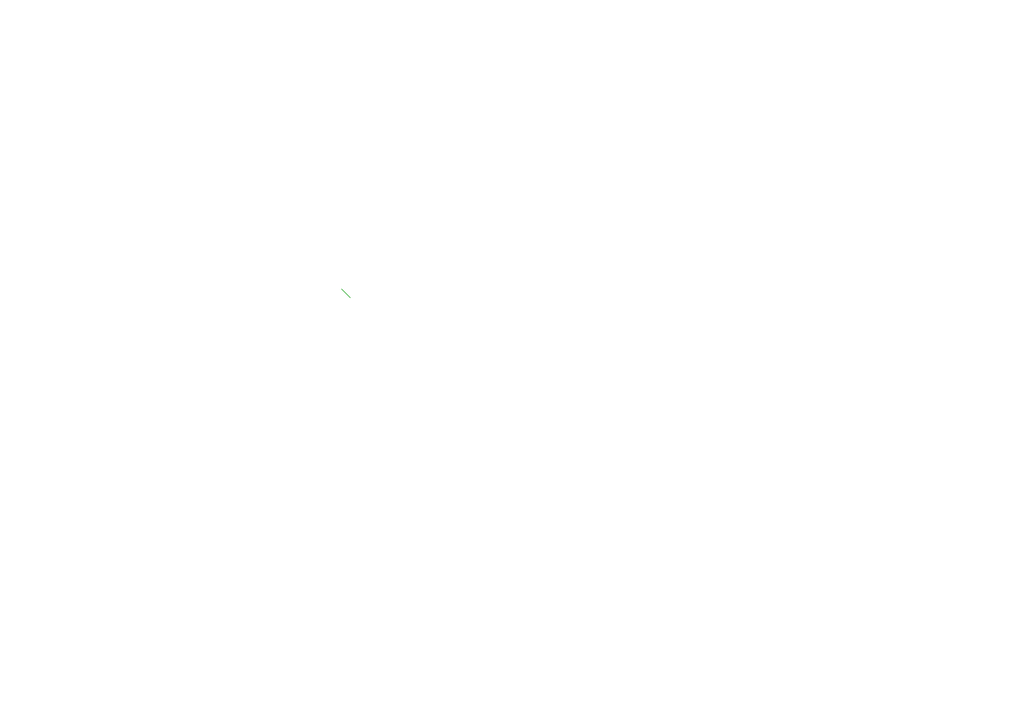
<source format=kicad_sch>
(kicad_sch
	(version 20250114)
	(generator "eeschema")
	(generator_version "9.0")
	(uuid "de1d67b0-d565-4478-adf0-ce81b17f701e")
	(paper "A4")
	(lib_symbols)
	(bus_entry
		(at 99.06 83.82)
		(size 2.54 2.54)
		(stroke
			(width 0)
			(type default)
		)
		(uuid "31183952-3345-42c9-8f08-f336eacb2ef5")
	)
	(sheet_instances
		(path "/"
			(page "1")
		)
	)
	(embedded_fonts no)
)

</source>
